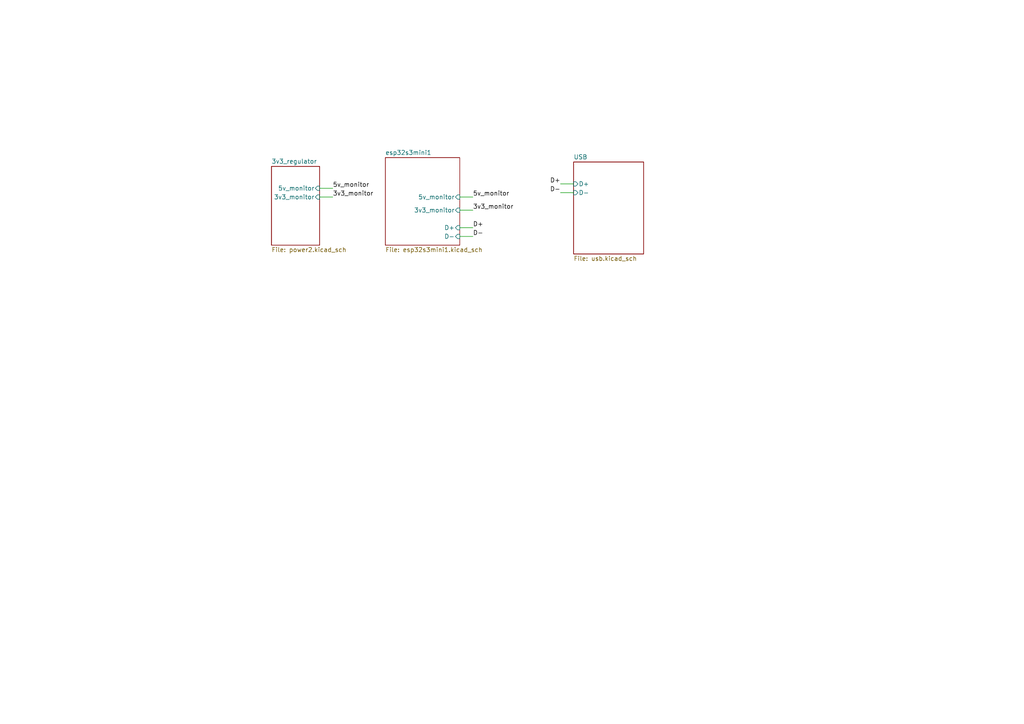
<source format=kicad_sch>
(kicad_sch
	(version 20231120)
	(generator "eeschema")
	(generator_version "8.0")
	(uuid "139408cf-b4ac-4ccf-8751-afbb6def1f13")
	(paper "A4")
	(lib_symbols)
	(wire
		(pts
			(xy 133.35 66.04) (xy 137.16 66.04)
		)
		(stroke
			(width 0)
			(type default)
		)
		(uuid "35f20bcc-9448-4756-a147-633224e50854")
	)
	(wire
		(pts
			(xy 137.16 57.15) (xy 133.35 57.15)
		)
		(stroke
			(width 0)
			(type default)
		)
		(uuid "4a815971-39da-4ed6-9819-a56e969a28ab")
	)
	(wire
		(pts
			(xy 166.37 53.34) (xy 162.56 53.34)
		)
		(stroke
			(width 0)
			(type default)
		)
		(uuid "53fe7994-b10b-46e9-b8ea-28219cb3cf84")
	)
	(wire
		(pts
			(xy 96.52 54.61) (xy 92.71 54.61)
		)
		(stroke
			(width 0)
			(type default)
		)
		(uuid "6ec4d0c2-6ac5-4aa1-ae88-c73df8cf02a7")
	)
	(wire
		(pts
			(xy 96.52 57.15) (xy 92.71 57.15)
		)
		(stroke
			(width 0)
			(type default)
		)
		(uuid "a42c5854-c863-4f2d-bb55-e09514a22b3f")
	)
	(wire
		(pts
			(xy 137.16 60.96) (xy 133.35 60.96)
		)
		(stroke
			(width 0)
			(type default)
		)
		(uuid "bf6ec14e-783b-4de5-a5f4-2a07e20aea1e")
	)
	(wire
		(pts
			(xy 133.35 68.58) (xy 137.16 68.58)
		)
		(stroke
			(width 0)
			(type default)
		)
		(uuid "e26ef038-0f67-4596-b4bc-0c04fa8f7f76")
	)
	(wire
		(pts
			(xy 166.37 55.88) (xy 162.56 55.88)
		)
		(stroke
			(width 0)
			(type default)
		)
		(uuid "feb2b032-d231-48f0-bf58-30c545639ef5")
	)
	(label "3v3_monitor"
		(at 137.16 60.96 0)
		(fields_autoplaced yes)
		(effects
			(font
				(size 1.27 1.27)
			)
			(justify left bottom)
		)
		(uuid "2a9ff045-7a6d-4344-b1fc-1bd0a27572f9")
	)
	(label "D-"
		(at 137.16 68.58 0)
		(fields_autoplaced yes)
		(effects
			(font
				(size 1.27 1.27)
			)
			(justify left bottom)
		)
		(uuid "37fe1136-8ff8-4757-ae52-0dd0b3bbb1ec")
	)
	(label "D+"
		(at 162.56 53.34 180)
		(fields_autoplaced yes)
		(effects
			(font
				(size 1.27 1.27)
			)
			(justify right bottom)
		)
		(uuid "76f48a24-dc32-4bd8-b3cf-e0906753a19d")
	)
	(label "5v_monitor"
		(at 137.16 57.15 0)
		(fields_autoplaced yes)
		(effects
			(font
				(size 1.27 1.27)
			)
			(justify left bottom)
		)
		(uuid "7da106c1-73a6-4b02-b15c-0a53c00bd5c1")
	)
	(label "5v_monitor"
		(at 96.52 54.61 0)
		(fields_autoplaced yes)
		(effects
			(font
				(size 1.27 1.27)
			)
			(justify left bottom)
		)
		(uuid "8d8da313-d7cf-496c-af85-a5a28f8d0c43")
	)
	(label "D+"
		(at 137.16 66.04 0)
		(fields_autoplaced yes)
		(effects
			(font
				(size 1.27 1.27)
			)
			(justify left bottom)
		)
		(uuid "9644e561-f5c5-43cc-b4b6-764d64f9ebe3")
	)
	(label "3v3_monitor"
		(at 96.52 57.15 0)
		(fields_autoplaced yes)
		(effects
			(font
				(size 1.27 1.27)
			)
			(justify left bottom)
		)
		(uuid "a1671066-b18b-4193-96b5-cbd4d7b62445")
	)
	(label "D-"
		(at 162.56 55.88 180)
		(fields_autoplaced yes)
		(effects
			(font
				(size 1.27 1.27)
			)
			(justify right bottom)
		)
		(uuid "a5fee130-1c2f-42a4-a871-e0596003c549")
	)
	(sheet
		(at 78.74 48.26)
		(size 13.97 22.86)
		(fields_autoplaced yes)
		(stroke
			(width 0.1524)
			(type solid)
		)
		(fill
			(color 0 0 0 0.0000)
		)
		(uuid "7a16d2b9-1ea1-4c05-9c09-25544e050e50")
		(property "Sheetname" "3v3_regulator"
			(at 78.74 47.5484 0)
			(effects
				(font
					(size 1.27 1.27)
				)
				(justify left bottom)
			)
		)
		(property "Sheetfile" "power2.kicad_sch"
			(at 78.74 71.7046 0)
			(effects
				(font
					(size 1.27 1.27)
				)
				(justify left top)
			)
		)
		(pin "5v_monitor" input
			(at 92.71 54.61 0)
			(effects
				(font
					(size 1.27 1.27)
				)
				(justify right)
			)
			(uuid "b99079f2-aec9-4add-861e-df79ed240fa3")
		)
		(pin "3v3_monitor" input
			(at 92.71 57.15 0)
			(effects
				(font
					(size 1.27 1.27)
				)
				(justify right)
			)
			(uuid "7451d16f-e1d9-40bc-82ed-046bf8702f6b")
		)
		(instances
			(project "example_kicad_project"
				(path "/139408cf-b4ac-4ccf-8751-afbb6def1f13"
					(page "5")
				)
			)
		)
	)
	(sheet
		(at 166.37 46.99)
		(size 20.32 26.67)
		(fields_autoplaced yes)
		(stroke
			(width 0.1524)
			(type solid)
		)
		(fill
			(color 0 0 0 0.0000)
		)
		(uuid "86dcdd56-4325-4acf-86b9-d97ccccee45f")
		(property "Sheetname" "USB"
			(at 166.37 46.2784 0)
			(effects
				(font
					(size 1.27 1.27)
				)
				(justify left bottom)
			)
		)
		(property "Sheetfile" "usb.kicad_sch"
			(at 166.37 74.2446 0)
			(effects
				(font
					(size 1.27 1.27)
				)
				(justify left top)
			)
		)
		(pin "D+" input
			(at 166.37 53.34 180)
			(effects
				(font
					(size 1.27 1.27)
				)
				(justify left)
			)
			(uuid "603b1cbd-e83a-4352-a5c3-eee31b2f07f8")
		)
		(pin "D-" input
			(at 166.37 55.88 180)
			(effects
				(font
					(size 1.27 1.27)
				)
				(justify left)
			)
			(uuid "d1f3146e-52f8-4edf-b10a-ac6a1a672611")
		)
		(instances
			(project "example_kicad_project"
				(path "/139408cf-b4ac-4ccf-8751-afbb6def1f13"
					(page "6")
				)
			)
		)
	)
	(sheet
		(at 111.76 45.72)
		(size 21.59 25.4)
		(fields_autoplaced yes)
		(stroke
			(width 0.1524)
			(type solid)
		)
		(fill
			(color 0 0 0 0.0000)
		)
		(uuid "e6f5f316-cb92-4d26-9a5c-0bb6c841d4b0")
		(property "Sheetname" "esp32s3mini1"
			(at 111.76 45.0084 0)
			(effects
				(font
					(size 1.27 1.27)
				)
				(justify left bottom)
			)
		)
		(property "Sheetfile" "esp32s3mini1.kicad_sch"
			(at 111.76 71.7046 0)
			(effects
				(font
					(size 1.27 1.27)
				)
				(justify left top)
			)
		)
		(pin "3v3_monitor" input
			(at 133.35 60.96 0)
			(effects
				(font
					(size 1.27 1.27)
				)
				(justify right)
			)
			(uuid "07aab0d4-78c3-4900-8b73-3e2535a98882")
		)
		(pin "5v_monitor" input
			(at 133.35 57.15 0)
			(effects
				(font
					(size 1.27 1.27)
				)
				(justify right)
			)
			(uuid "4c885d4b-445c-462d-ab0d-6c69f6b0eb62")
		)
		(pin "D+" input
			(at 133.35 66.04 0)
			(effects
				(font
					(size 1.27 1.27)
				)
				(justify right)
			)
			(uuid "1db54b71-1ddb-4986-863a-3a3032ec7448")
		)
		(pin "D-" input
			(at 133.35 68.58 0)
			(effects
				(font
					(size 1.27 1.27)
				)
				(justify right)
			)
			(uuid "6de2798b-2b35-47e3-a3a9-c2dd7379e871")
		)
		(instances
			(project "example_kicad_project"
				(path "/139408cf-b4ac-4ccf-8751-afbb6def1f13"
					(page "4")
				)
			)
		)
	)
	(sheet_instances
		(path "/"
			(page "1")
		)
	)
)

</source>
